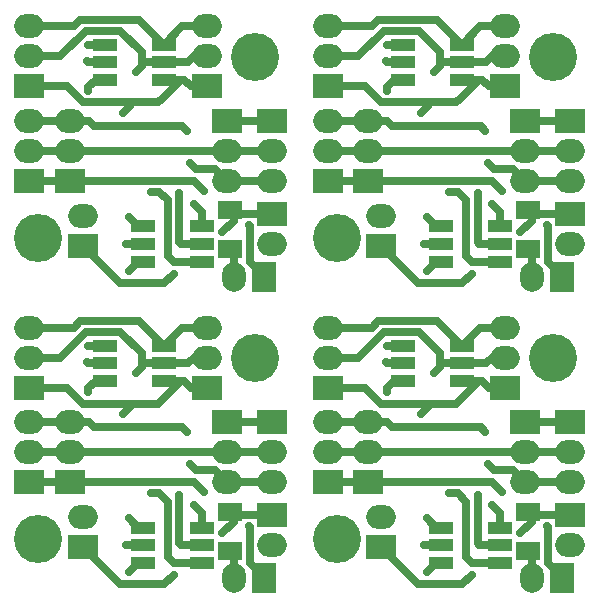
<source format=gtl>
G04 (created by PCBNEW (2013-may-18)-stable) date Вт 21 апр 2015 20:47:11*
%MOIN*%
G04 Gerber Fmt 3.4, Leading zero omitted, Abs format*
%FSLAX34Y34*%
G01*
G70*
G90*
G04 APERTURE LIST*
%ADD10C,0.00590551*%
%ADD11C,0.16*%
%ADD12R,0.0787402X0.0984252*%
%ADD13O,0.0787402X0.0984252*%
%ADD14R,0.0984252X0.0787402*%
%ADD15O,0.0984252X0.0787402*%
%ADD16R,0.0787402X0.0393701*%
%ADD17R,0.08X0.06*%
%ADD18C,0.0275591*%
%ADD19C,0.0275591*%
G04 APERTURE END LIST*
G54D10*
G54D11*
X27263Y-29842D03*
X34488Y-23818D03*
G54D12*
X34791Y-31141D03*
G54D13*
X33791Y-31141D03*
G54D14*
X28740Y-30125D03*
G54D15*
X28740Y-29125D03*
G54D14*
X35059Y-29047D03*
G54D15*
X35059Y-30047D03*
G54D14*
X28307Y-27948D03*
G54D15*
X28307Y-26948D03*
X28307Y-25948D03*
G54D14*
X26968Y-27948D03*
G54D15*
X26968Y-26948D03*
X26968Y-25948D03*
G54D14*
X35059Y-25948D03*
G54D15*
X35059Y-26948D03*
X35059Y-27948D03*
G54D14*
X32874Y-24799D03*
G54D15*
X32874Y-23799D03*
X32874Y-22799D03*
G54D14*
X33543Y-25948D03*
G54D15*
X33543Y-26948D03*
X33543Y-27948D03*
G54D14*
X26968Y-24799D03*
G54D15*
X26968Y-23799D03*
X26968Y-22799D03*
G54D16*
X31456Y-24586D03*
X31456Y-23996D03*
X31456Y-23405D03*
X29488Y-23405D03*
X29488Y-23996D03*
X29488Y-24586D03*
X32716Y-30649D03*
X32716Y-30059D03*
X32716Y-29468D03*
X30748Y-29468D03*
X30748Y-30059D03*
X30748Y-30649D03*
G54D17*
X33661Y-30236D03*
X33661Y-28936D03*
X43602Y-30236D03*
X43602Y-28936D03*
G54D16*
X42657Y-30649D03*
X42657Y-30059D03*
X42657Y-29468D03*
X40688Y-29468D03*
X40688Y-30059D03*
X40688Y-30649D03*
X41397Y-24586D03*
X41397Y-23996D03*
X41397Y-23405D03*
X39429Y-23405D03*
X39429Y-23996D03*
X39429Y-24586D03*
G54D14*
X36909Y-24799D03*
G54D15*
X36909Y-23799D03*
X36909Y-22799D03*
G54D14*
X43484Y-25948D03*
G54D15*
X43484Y-26948D03*
X43484Y-27948D03*
G54D14*
X42814Y-24799D03*
G54D15*
X42814Y-23799D03*
X42814Y-22799D03*
G54D14*
X45000Y-25948D03*
G54D15*
X45000Y-26948D03*
X45000Y-27948D03*
G54D14*
X36909Y-27948D03*
G54D15*
X36909Y-26948D03*
X36909Y-25948D03*
G54D14*
X38248Y-27948D03*
G54D15*
X38248Y-26948D03*
X38248Y-25948D03*
G54D14*
X45000Y-29047D03*
G54D15*
X45000Y-30047D03*
G54D14*
X38681Y-30125D03*
G54D15*
X38681Y-29125D03*
G54D12*
X44732Y-31141D03*
G54D13*
X43732Y-31141D03*
G54D11*
X44429Y-23818D03*
X37204Y-29842D03*
X37204Y-19803D03*
X44429Y-13779D03*
G54D12*
X44732Y-21102D03*
G54D13*
X43732Y-21102D03*
G54D14*
X38681Y-20086D03*
G54D15*
X38681Y-19086D03*
G54D14*
X45000Y-19007D03*
G54D15*
X45000Y-20007D03*
G54D14*
X38248Y-17909D03*
G54D15*
X38248Y-16909D03*
X38248Y-15909D03*
G54D14*
X36909Y-17909D03*
G54D15*
X36909Y-16909D03*
X36909Y-15909D03*
G54D14*
X45000Y-15909D03*
G54D15*
X45000Y-16909D03*
X45000Y-17909D03*
G54D14*
X42814Y-14759D03*
G54D15*
X42814Y-13759D03*
X42814Y-12759D03*
G54D14*
X43484Y-15909D03*
G54D15*
X43484Y-16909D03*
X43484Y-17909D03*
G54D14*
X36909Y-14759D03*
G54D15*
X36909Y-13759D03*
X36909Y-12759D03*
G54D16*
X41397Y-14547D03*
X41397Y-13956D03*
X41397Y-13366D03*
X39429Y-13366D03*
X39429Y-13956D03*
X39429Y-14547D03*
X42657Y-20610D03*
X42657Y-20019D03*
X42657Y-19429D03*
X40688Y-19429D03*
X40688Y-20019D03*
X40688Y-20610D03*
G54D17*
X43602Y-20197D03*
X43602Y-18897D03*
X33661Y-20197D03*
X33661Y-18897D03*
G54D16*
X32716Y-20610D03*
X32716Y-20019D03*
X32716Y-19429D03*
X30748Y-19429D03*
X30748Y-20019D03*
X30748Y-20610D03*
X31456Y-14547D03*
X31456Y-13956D03*
X31456Y-13366D03*
X29488Y-13366D03*
X29488Y-13956D03*
X29488Y-14547D03*
G54D14*
X26968Y-14759D03*
G54D15*
X26968Y-13759D03*
X26968Y-12759D03*
G54D14*
X33543Y-15909D03*
G54D15*
X33543Y-16909D03*
X33543Y-17909D03*
G54D14*
X32874Y-14759D03*
G54D15*
X32874Y-13759D03*
X32874Y-12759D03*
G54D14*
X35059Y-15909D03*
G54D15*
X35059Y-16909D03*
X35059Y-17909D03*
G54D14*
X26968Y-17909D03*
G54D15*
X26968Y-16909D03*
X26968Y-15909D03*
G54D14*
X28307Y-17909D03*
G54D15*
X28307Y-16909D03*
X28307Y-15909D03*
G54D14*
X35059Y-19007D03*
G54D15*
X35059Y-20007D03*
G54D14*
X28740Y-20086D03*
G54D15*
X28740Y-19086D03*
G54D12*
X34791Y-21102D03*
G54D13*
X33791Y-21102D03*
G54D11*
X34488Y-13779D03*
X27263Y-19803D03*
G54D18*
X32224Y-26279D03*
X32322Y-27362D03*
X42263Y-27362D03*
X42165Y-26279D03*
X42165Y-16240D03*
X42263Y-17322D03*
X32322Y-17322D03*
X32224Y-16240D03*
X34291Y-29429D03*
X44232Y-29429D03*
X44232Y-19389D03*
X34291Y-19389D03*
X28897Y-23956D03*
X38838Y-23956D03*
X38838Y-13917D03*
X28897Y-13917D03*
X30275Y-29153D03*
X40216Y-29153D03*
X40216Y-19114D03*
X30275Y-19114D03*
X30196Y-30059D03*
X40137Y-30059D03*
X40137Y-20019D03*
X30196Y-20019D03*
X31771Y-31043D03*
X33385Y-29665D03*
X43326Y-29665D03*
X41712Y-31043D03*
X41712Y-21003D03*
X43326Y-19625D03*
X33385Y-19625D03*
X31771Y-21003D03*
X31968Y-28366D03*
X30511Y-24311D03*
X40452Y-24311D03*
X41909Y-28366D03*
X41909Y-18326D03*
X40452Y-14271D03*
X30511Y-14271D03*
X31968Y-18326D03*
X31023Y-28326D03*
X30078Y-25688D03*
X40019Y-25688D03*
X40964Y-28326D03*
X40964Y-18287D03*
X40019Y-15649D03*
X30078Y-15649D03*
X31023Y-18287D03*
X28937Y-23405D03*
X38877Y-23405D03*
X38877Y-13366D03*
X28937Y-13366D03*
X28937Y-24940D03*
X38877Y-24940D03*
X38877Y-14901D03*
X28937Y-14901D03*
X32440Y-28720D03*
X42381Y-28720D03*
X42381Y-18681D03*
X32440Y-18681D03*
X30275Y-30964D03*
X40216Y-30964D03*
X40216Y-20925D03*
X30275Y-20925D03*
X32795Y-28287D03*
X42736Y-28287D03*
X42736Y-18248D03*
X32795Y-18248D03*
G54D19*
X33543Y-27948D02*
X34921Y-27948D01*
X26968Y-25948D02*
X28307Y-25948D01*
X28940Y-25948D02*
X29114Y-26122D01*
X29114Y-26122D02*
X32066Y-26122D01*
X32066Y-26122D02*
X32224Y-26279D01*
X32322Y-27362D02*
X32519Y-27559D01*
X32519Y-27559D02*
X33153Y-27559D01*
X33153Y-27559D02*
X33543Y-27948D01*
X28307Y-25948D02*
X28940Y-25948D01*
X38248Y-25948D02*
X38881Y-25948D01*
X43094Y-27559D02*
X43484Y-27948D01*
X42460Y-27559D02*
X43094Y-27559D01*
X42263Y-27362D02*
X42460Y-27559D01*
X42007Y-26122D02*
X42165Y-26279D01*
X39055Y-26122D02*
X42007Y-26122D01*
X38881Y-25948D02*
X39055Y-26122D01*
X36909Y-25948D02*
X38248Y-25948D01*
X43484Y-27948D02*
X44862Y-27948D01*
X43484Y-17909D02*
X44862Y-17909D01*
X36909Y-15909D02*
X38248Y-15909D01*
X38881Y-15909D02*
X39055Y-16082D01*
X39055Y-16082D02*
X42007Y-16082D01*
X42007Y-16082D02*
X42165Y-16240D01*
X42263Y-17322D02*
X42460Y-17519D01*
X42460Y-17519D02*
X43094Y-17519D01*
X43094Y-17519D02*
X43484Y-17909D01*
X38248Y-15909D02*
X38881Y-15909D01*
X28307Y-15909D02*
X28940Y-15909D01*
X33153Y-17519D02*
X33543Y-17909D01*
X32519Y-17519D02*
X33153Y-17519D01*
X32322Y-17322D02*
X32519Y-17519D01*
X32066Y-16082D02*
X32224Y-16240D01*
X29114Y-16082D02*
X32066Y-16082D01*
X28940Y-15909D02*
X29114Y-16082D01*
X26968Y-15909D02*
X28307Y-15909D01*
X33543Y-17909D02*
X34921Y-17909D01*
X29685Y-26948D02*
X33543Y-26948D01*
X33543Y-26948D02*
X34921Y-26948D01*
X28307Y-26948D02*
X29685Y-26948D01*
X26968Y-26948D02*
X28307Y-26948D01*
X34791Y-31129D02*
X34311Y-30649D01*
X34311Y-30649D02*
X34311Y-29448D01*
X34311Y-29448D02*
X34291Y-29429D01*
X34791Y-31240D02*
X34791Y-31129D01*
X44732Y-31240D02*
X44732Y-31129D01*
X44251Y-29448D02*
X44232Y-29429D01*
X44251Y-30649D02*
X44251Y-29448D01*
X44732Y-31129D02*
X44251Y-30649D01*
X36909Y-26948D02*
X38248Y-26948D01*
X38248Y-26948D02*
X39625Y-26948D01*
X43484Y-26948D02*
X44862Y-26948D01*
X39625Y-26948D02*
X43484Y-26948D01*
X39625Y-16909D02*
X43484Y-16909D01*
X43484Y-16909D02*
X44862Y-16909D01*
X38248Y-16909D02*
X39625Y-16909D01*
X36909Y-16909D02*
X38248Y-16909D01*
X44732Y-21090D02*
X44251Y-20610D01*
X44251Y-20610D02*
X44251Y-19409D01*
X44251Y-19409D02*
X44232Y-19389D01*
X44732Y-21200D02*
X44732Y-21090D01*
X34791Y-21200D02*
X34791Y-21090D01*
X34311Y-19409D02*
X34291Y-19389D01*
X34311Y-20610D02*
X34311Y-19409D01*
X34791Y-21090D02*
X34311Y-20610D01*
X26968Y-16909D02*
X28307Y-16909D01*
X28307Y-16909D02*
X29685Y-16909D01*
X33543Y-16909D02*
X34921Y-16909D01*
X29685Y-16909D02*
X33543Y-16909D01*
X28937Y-23996D02*
X28897Y-23956D01*
X29488Y-23996D02*
X28937Y-23996D01*
X39429Y-23996D02*
X38877Y-23996D01*
X38877Y-23996D02*
X38838Y-23956D01*
X38877Y-13956D02*
X38838Y-13917D01*
X39429Y-13956D02*
X38877Y-13956D01*
X29488Y-13956D02*
X28937Y-13956D01*
X28937Y-13956D02*
X28897Y-13917D01*
X30590Y-29468D02*
X30275Y-29153D01*
X30748Y-29468D02*
X30590Y-29468D01*
X40688Y-29468D02*
X40531Y-29468D01*
X40531Y-29468D02*
X40216Y-29153D01*
X40531Y-19429D02*
X40216Y-19114D01*
X40688Y-19429D02*
X40531Y-19429D01*
X30748Y-19429D02*
X30590Y-19429D01*
X30590Y-19429D02*
X30275Y-19114D01*
X30748Y-30059D02*
X30196Y-30059D01*
X40688Y-30059D02*
X40137Y-30059D01*
X40688Y-20019D02*
X40137Y-20019D01*
X30748Y-20019D02*
X30196Y-20019D01*
X33779Y-31149D02*
X33870Y-31240D01*
X33779Y-30236D02*
X33779Y-31149D01*
X43720Y-30236D02*
X43720Y-31149D01*
X43720Y-31149D02*
X43811Y-31240D01*
X43720Y-21110D02*
X43811Y-21200D01*
X43720Y-20197D02*
X43720Y-21110D01*
X33779Y-20197D02*
X33779Y-21110D01*
X33779Y-21110D02*
X33870Y-21200D01*
X31771Y-31043D02*
X31456Y-31358D01*
X31456Y-31358D02*
X29972Y-31358D01*
X29972Y-31358D02*
X28740Y-30125D01*
X33779Y-28936D02*
X33779Y-29271D01*
X33779Y-29271D02*
X33385Y-29665D01*
X34921Y-29047D02*
X33890Y-29047D01*
X33890Y-29047D02*
X33779Y-28936D01*
X43831Y-29047D02*
X43720Y-28936D01*
X44862Y-29047D02*
X43831Y-29047D01*
X43720Y-29271D02*
X43326Y-29665D01*
X43720Y-28936D02*
X43720Y-29271D01*
X39913Y-31358D02*
X38681Y-30125D01*
X41397Y-31358D02*
X39913Y-31358D01*
X41712Y-31043D02*
X41397Y-31358D01*
X41712Y-21003D02*
X41397Y-21318D01*
X41397Y-21318D02*
X39913Y-21318D01*
X39913Y-21318D02*
X38681Y-20086D01*
X43720Y-18897D02*
X43720Y-19232D01*
X43720Y-19232D02*
X43326Y-19625D01*
X44862Y-19007D02*
X43831Y-19007D01*
X43831Y-19007D02*
X43720Y-18897D01*
X33890Y-19007D02*
X33779Y-18897D01*
X34921Y-19007D02*
X33890Y-19007D01*
X33779Y-19232D02*
X33385Y-19625D01*
X33779Y-18897D02*
X33779Y-19232D01*
X29972Y-21318D02*
X28740Y-20086D01*
X31456Y-21318D02*
X29972Y-21318D01*
X31771Y-21003D02*
X31456Y-21318D01*
X32440Y-23799D02*
X32244Y-23996D01*
X32244Y-23996D02*
X31456Y-23996D01*
X32874Y-23799D02*
X32440Y-23799D01*
X30708Y-23996D02*
X31456Y-23996D01*
X32029Y-30059D02*
X31968Y-29998D01*
X31968Y-29998D02*
X31968Y-28366D01*
X30511Y-24311D02*
X30708Y-24114D01*
X30708Y-24114D02*
X30708Y-23996D01*
X32716Y-30059D02*
X32029Y-30059D01*
X27992Y-23799D02*
X28838Y-22952D01*
X28838Y-22952D02*
X30000Y-22952D01*
X30000Y-22952D02*
X30708Y-23661D01*
X30708Y-23661D02*
X30708Y-23996D01*
X26968Y-23799D02*
X27992Y-23799D01*
X36909Y-23799D02*
X37933Y-23799D01*
X40649Y-23661D02*
X40649Y-23996D01*
X39940Y-22952D02*
X40649Y-23661D01*
X38779Y-22952D02*
X39940Y-22952D01*
X37933Y-23799D02*
X38779Y-22952D01*
X42657Y-30059D02*
X41970Y-30059D01*
X40649Y-24114D02*
X40649Y-23996D01*
X40452Y-24311D02*
X40649Y-24114D01*
X41909Y-29998D02*
X41909Y-28366D01*
X41970Y-30059D02*
X41909Y-29998D01*
X40649Y-23996D02*
X41397Y-23996D01*
X42814Y-23799D02*
X42381Y-23799D01*
X42185Y-23996D02*
X41397Y-23996D01*
X42381Y-23799D02*
X42185Y-23996D01*
X42381Y-13759D02*
X42185Y-13956D01*
X42185Y-13956D02*
X41397Y-13956D01*
X42814Y-13759D02*
X42381Y-13759D01*
X40649Y-13956D02*
X41397Y-13956D01*
X41970Y-20019D02*
X41909Y-19959D01*
X41909Y-19959D02*
X41909Y-18326D01*
X40452Y-14271D02*
X40649Y-14074D01*
X40649Y-14074D02*
X40649Y-13956D01*
X42657Y-20019D02*
X41970Y-20019D01*
X37933Y-13759D02*
X38779Y-12913D01*
X38779Y-12913D02*
X39940Y-12913D01*
X39940Y-12913D02*
X40649Y-13622D01*
X40649Y-13622D02*
X40649Y-13956D01*
X36909Y-13759D02*
X37933Y-13759D01*
X26968Y-13759D02*
X27992Y-13759D01*
X30708Y-13622D02*
X30708Y-13956D01*
X30000Y-12913D02*
X30708Y-13622D01*
X28838Y-12913D02*
X30000Y-12913D01*
X27992Y-13759D02*
X28838Y-12913D01*
X32716Y-20019D02*
X32029Y-20019D01*
X30708Y-14074D02*
X30708Y-13956D01*
X30511Y-14271D02*
X30708Y-14074D01*
X31968Y-19959D02*
X31968Y-18326D01*
X32029Y-20019D02*
X31968Y-19959D01*
X30708Y-13956D02*
X31456Y-13956D01*
X32874Y-13759D02*
X32440Y-13759D01*
X32244Y-13956D02*
X31456Y-13956D01*
X32440Y-13759D02*
X32244Y-13956D01*
X32338Y-24799D02*
X32125Y-24586D01*
X32125Y-24586D02*
X31456Y-24586D01*
X32874Y-24799D02*
X32338Y-24799D01*
X27874Y-24799D02*
X27889Y-24799D01*
X26968Y-24799D02*
X27874Y-24799D01*
X32007Y-24586D02*
X31377Y-25216D01*
X28204Y-24799D02*
X28740Y-25334D01*
X30314Y-25334D02*
X31259Y-25334D01*
X28740Y-25334D02*
X30314Y-25334D01*
X31259Y-25334D02*
X31377Y-25216D01*
X27874Y-24799D02*
X28204Y-24799D01*
X31771Y-30649D02*
X31574Y-30452D01*
X31574Y-30452D02*
X31574Y-28602D01*
X31574Y-28602D02*
X31299Y-28326D01*
X31299Y-28326D02*
X31023Y-28326D01*
X30078Y-25688D02*
X30314Y-25452D01*
X30314Y-25452D02*
X30314Y-25334D01*
X32716Y-30649D02*
X31771Y-30649D01*
X42657Y-30649D02*
X41712Y-30649D01*
X40255Y-25452D02*
X40255Y-25334D01*
X40019Y-25688D02*
X40255Y-25452D01*
X41240Y-28326D02*
X40964Y-28326D01*
X41515Y-28602D02*
X41240Y-28326D01*
X41515Y-30452D02*
X41515Y-28602D01*
X41712Y-30649D02*
X41515Y-30452D01*
X37814Y-24799D02*
X38145Y-24799D01*
X41200Y-25334D02*
X41318Y-25216D01*
X38681Y-25334D02*
X40255Y-25334D01*
X40255Y-25334D02*
X41200Y-25334D01*
X38145Y-24799D02*
X38681Y-25334D01*
X41948Y-24586D02*
X41318Y-25216D01*
X36909Y-24799D02*
X37814Y-24799D01*
X37814Y-24799D02*
X37830Y-24799D01*
X42814Y-24799D02*
X42279Y-24799D01*
X42066Y-24586D02*
X41397Y-24586D01*
X42279Y-24799D02*
X42066Y-24586D01*
X42279Y-14759D02*
X42066Y-14547D01*
X42066Y-14547D02*
X41397Y-14547D01*
X42814Y-14759D02*
X42279Y-14759D01*
X37814Y-14759D02*
X37830Y-14759D01*
X36909Y-14759D02*
X37814Y-14759D01*
X41948Y-14547D02*
X41318Y-15177D01*
X38145Y-14759D02*
X38681Y-15295D01*
X40255Y-15295D02*
X41200Y-15295D01*
X38681Y-15295D02*
X40255Y-15295D01*
X41200Y-15295D02*
X41318Y-15177D01*
X37814Y-14759D02*
X38145Y-14759D01*
X41712Y-20610D02*
X41515Y-20413D01*
X41515Y-20413D02*
X41515Y-18562D01*
X41515Y-18562D02*
X41240Y-18287D01*
X41240Y-18287D02*
X40964Y-18287D01*
X40019Y-15649D02*
X40255Y-15413D01*
X40255Y-15413D02*
X40255Y-15295D01*
X42657Y-20610D02*
X41712Y-20610D01*
X32716Y-20610D02*
X31771Y-20610D01*
X30314Y-15413D02*
X30314Y-15295D01*
X30078Y-15649D02*
X30314Y-15413D01*
X31299Y-18287D02*
X31023Y-18287D01*
X31574Y-18562D02*
X31299Y-18287D01*
X31574Y-20413D02*
X31574Y-18562D01*
X31771Y-20610D02*
X31574Y-20413D01*
X27874Y-14759D02*
X28204Y-14759D01*
X31259Y-15295D02*
X31377Y-15177D01*
X28740Y-15295D02*
X30314Y-15295D01*
X30314Y-15295D02*
X31259Y-15295D01*
X28204Y-14759D02*
X28740Y-15295D01*
X32007Y-14547D02*
X31377Y-15177D01*
X26968Y-14759D02*
X27874Y-14759D01*
X27874Y-14759D02*
X27889Y-14759D01*
X32874Y-14759D02*
X32338Y-14759D01*
X32125Y-14547D02*
X31456Y-14547D01*
X32338Y-14759D02*
X32125Y-14547D01*
X29488Y-23405D02*
X28937Y-23405D01*
X39429Y-23405D02*
X38877Y-23405D01*
X39429Y-13366D02*
X38877Y-13366D01*
X29488Y-13366D02*
X28937Y-13366D01*
X29173Y-24586D02*
X28937Y-24822D01*
X28937Y-24822D02*
X28937Y-24940D01*
X29488Y-24586D02*
X29173Y-24586D01*
X39429Y-24586D02*
X39114Y-24586D01*
X38877Y-24822D02*
X38877Y-24940D01*
X39114Y-24586D02*
X38877Y-24822D01*
X39114Y-14547D02*
X38877Y-14783D01*
X38877Y-14783D02*
X38877Y-14901D01*
X39429Y-14547D02*
X39114Y-14547D01*
X29488Y-14547D02*
X29173Y-14547D01*
X28937Y-14783D02*
X28937Y-14901D01*
X29173Y-14547D02*
X28937Y-14783D01*
X32062Y-22799D02*
X31456Y-23405D01*
X32874Y-22799D02*
X32062Y-22799D01*
X32716Y-29468D02*
X32716Y-28996D01*
X32716Y-28996D02*
X32440Y-28720D01*
X28440Y-22799D02*
X28662Y-22577D01*
X28662Y-22577D02*
X30628Y-22577D01*
X30628Y-22577D02*
X31456Y-23405D01*
X26968Y-22799D02*
X28440Y-22799D01*
X36909Y-22799D02*
X38381Y-22799D01*
X40569Y-22577D02*
X41397Y-23405D01*
X38603Y-22577D02*
X40569Y-22577D01*
X38381Y-22799D02*
X38603Y-22577D01*
X42657Y-28996D02*
X42381Y-28720D01*
X42657Y-29468D02*
X42657Y-28996D01*
X42814Y-22799D02*
X42003Y-22799D01*
X42003Y-22799D02*
X41397Y-23405D01*
X42003Y-12759D02*
X41397Y-13366D01*
X42814Y-12759D02*
X42003Y-12759D01*
X42657Y-19429D02*
X42657Y-18956D01*
X42657Y-18956D02*
X42381Y-18681D01*
X38381Y-12759D02*
X38603Y-12537D01*
X38603Y-12537D02*
X40569Y-12537D01*
X40569Y-12537D02*
X41397Y-13366D01*
X36909Y-12759D02*
X38381Y-12759D01*
X26968Y-12759D02*
X28440Y-12759D01*
X30628Y-12537D02*
X31456Y-13366D01*
X28662Y-12537D02*
X30628Y-12537D01*
X28440Y-12759D02*
X28662Y-12537D01*
X32716Y-18956D02*
X32440Y-18681D01*
X32716Y-19429D02*
X32716Y-18956D01*
X32874Y-12759D02*
X32062Y-12759D01*
X32062Y-12759D02*
X31456Y-13366D01*
X30590Y-30649D02*
X30275Y-30964D01*
X30748Y-30649D02*
X30590Y-30649D01*
X40688Y-30649D02*
X40531Y-30649D01*
X40531Y-30649D02*
X40216Y-30964D01*
X40531Y-20610D02*
X40216Y-20925D01*
X40688Y-20610D02*
X40531Y-20610D01*
X30748Y-20610D02*
X30590Y-20610D01*
X30590Y-20610D02*
X30275Y-20925D01*
X33543Y-25948D02*
X34921Y-25948D01*
X26968Y-27948D02*
X28307Y-27948D01*
X29685Y-27948D02*
X32456Y-27948D01*
X32456Y-27948D02*
X32795Y-28287D01*
X28307Y-27948D02*
X29685Y-27948D01*
X38248Y-27948D02*
X39625Y-27948D01*
X42397Y-27948D02*
X42736Y-28287D01*
X39625Y-27948D02*
X42397Y-27948D01*
X36909Y-27948D02*
X38248Y-27948D01*
X43484Y-25948D02*
X44862Y-25948D01*
X43484Y-15909D02*
X44862Y-15909D01*
X36909Y-17909D02*
X38248Y-17909D01*
X39625Y-17909D02*
X42397Y-17909D01*
X42397Y-17909D02*
X42736Y-18248D01*
X38248Y-17909D02*
X39625Y-17909D01*
X28307Y-17909D02*
X29685Y-17909D01*
X32456Y-17909D02*
X32795Y-18248D01*
X29685Y-17909D02*
X32456Y-17909D01*
X26968Y-17909D02*
X28307Y-17909D01*
X33543Y-15909D02*
X34921Y-15909D01*
M02*

</source>
